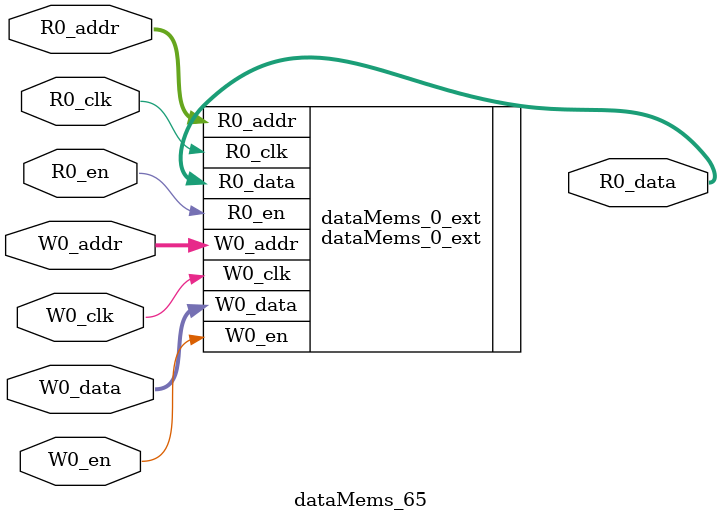
<source format=sv>
`ifndef RANDOMIZE
  `ifdef RANDOMIZE_REG_INIT
    `define RANDOMIZE
  `endif // RANDOMIZE_REG_INIT
`endif // not def RANDOMIZE
`ifndef RANDOMIZE
  `ifdef RANDOMIZE_MEM_INIT
    `define RANDOMIZE
  `endif // RANDOMIZE_MEM_INIT
`endif // not def RANDOMIZE

`ifndef RANDOM
  `define RANDOM $random
`endif // not def RANDOM

// Users can define 'PRINTF_COND' to add an extra gate to prints.
`ifndef PRINTF_COND_
  `ifdef PRINTF_COND
    `define PRINTF_COND_ (`PRINTF_COND)
  `else  // PRINTF_COND
    `define PRINTF_COND_ 1
  `endif // PRINTF_COND
`endif // not def PRINTF_COND_

// Users can define 'ASSERT_VERBOSE_COND' to add an extra gate to assert error printing.
`ifndef ASSERT_VERBOSE_COND_
  `ifdef ASSERT_VERBOSE_COND
    `define ASSERT_VERBOSE_COND_ (`ASSERT_VERBOSE_COND)
  `else  // ASSERT_VERBOSE_COND
    `define ASSERT_VERBOSE_COND_ 1
  `endif // ASSERT_VERBOSE_COND
`endif // not def ASSERT_VERBOSE_COND_

// Users can define 'STOP_COND' to add an extra gate to stop conditions.
`ifndef STOP_COND_
  `ifdef STOP_COND
    `define STOP_COND_ (`STOP_COND)
  `else  // STOP_COND
    `define STOP_COND_ 1
  `endif // STOP_COND
`endif // not def STOP_COND_

// Users can define INIT_RANDOM as general code that gets injected into the
// initializer block for modules with registers.
`ifndef INIT_RANDOM
  `define INIT_RANDOM
`endif // not def INIT_RANDOM

// If using random initialization, you can also define RANDOMIZE_DELAY to
// customize the delay used, otherwise 0.002 is used.
`ifndef RANDOMIZE_DELAY
  `define RANDOMIZE_DELAY 0.002
`endif // not def RANDOMIZE_DELAY

// Define INIT_RANDOM_PROLOG_ for use in our modules below.
`ifndef INIT_RANDOM_PROLOG_
  `ifdef RANDOMIZE
    `ifdef VERILATOR
      `define INIT_RANDOM_PROLOG_ `INIT_RANDOM
    `else  // VERILATOR
      `define INIT_RANDOM_PROLOG_ `INIT_RANDOM #`RANDOMIZE_DELAY begin end
    `endif // VERILATOR
  `else  // RANDOMIZE
    `define INIT_RANDOM_PROLOG_
  `endif // RANDOMIZE
`endif // not def INIT_RANDOM_PROLOG_

// Include register initializers in init blocks unless synthesis is set
`ifndef SYNTHESIS
  `ifndef ENABLE_INITIAL_REG_
    `define ENABLE_INITIAL_REG_
  `endif // not def ENABLE_INITIAL_REG_
`endif // not def SYNTHESIS

// Include rmemory initializers in init blocks unless synthesis is set
`ifndef SYNTHESIS
  `ifndef ENABLE_INITIAL_MEM_
    `define ENABLE_INITIAL_MEM_
  `endif // not def ENABLE_INITIAL_MEM_
`endif // not def SYNTHESIS

module dataMems_65(	// @[generators/ara/src/main/scala/UnsafeAXI4ToTL.scala:365:62]
  input  [4:0]  R0_addr,
  input         R0_en,
  input         R0_clk,
  output [66:0] R0_data,
  input  [4:0]  W0_addr,
  input         W0_en,
  input         W0_clk,
  input  [66:0] W0_data
);

  dataMems_0_ext dataMems_0_ext (	// @[generators/ara/src/main/scala/UnsafeAXI4ToTL.scala:365:62]
    .R0_addr (R0_addr),
    .R0_en   (R0_en),
    .R0_clk  (R0_clk),
    .R0_data (R0_data),
    .W0_addr (W0_addr),
    .W0_en   (W0_en),
    .W0_clk  (W0_clk),
    .W0_data (W0_data)
  );
endmodule


</source>
